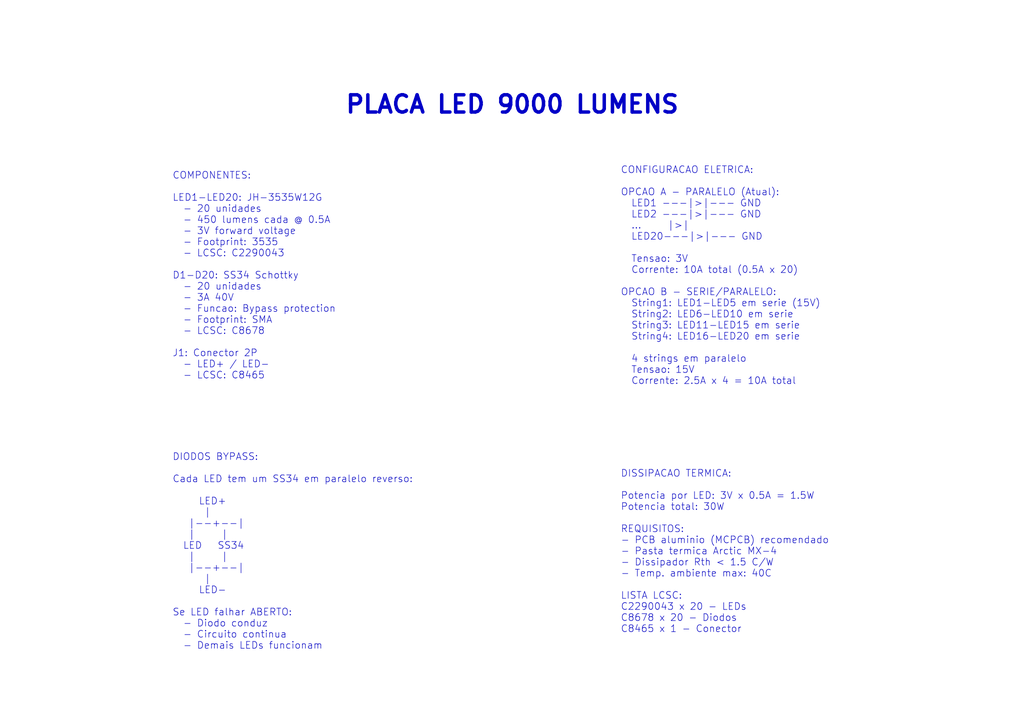
<source format=kicad_sch>
(kicad_sch (version 20250114) (generator "eeschema") (generator_version "9.0")
  (paper "A4")
  (title_block (title "LED Board - 9000 Lumens") (date "2026-01-26") (rev "C") (company "AllysonTMDEV") (comment 1 "20 LEDs x 450lm = 9000 lumens") (comment 2 "Diodos bypass SS34"))
  (lib_symbols)
  (text "PLACA LED 9000 LUMENS" (at 148.59 30.48 0) (effects (font (size 5 5) (bold yes))))
  (text "COMPONENTES:\n\nLED1-LED20: JH-3535W12G\n  - 20 unidades\n  - 450 lumens cada @ 0.5A\n  - 3V forward voltage\n  - Footprint: 3535\n  - LCSC: C2290043\n\nD1-D20: SS34 Schottky\n  - 20 unidades\n  - 3A 40V\n  - Funcao: Bypass protection\n  - Footprint: SMA\n  - LCSC: C8678\n\nJ1: Conector 2P\n  - LED+ / LED-\n  - LCSC: C8465" (at 50 80 0) (effects (font (size 2 2)) (justify left)))
  (text "CONFIGURACAO ELETRICA:\n\nOPCAO A - PARALELO (Atual):\n  LED1 ---|>|--- GND\n  LED2 ---|>|--- GND\n  ...     |>|\n  LED20---|>|--- GND\n  \n  Tensao: 3V\n  Corrente: 10A total (0.5A x 20)\n\nOPCAO B - SERIE/PARALELO:\n  String1: LED1-LED5 em serie (15V)\n  String2: LED6-LED10 em serie\n  String3: LED11-LED15 em serie\n  String4: LED16-LED20 em serie\n  \n  4 strings em paralelo\n  Tensao: 15V\n  Corrente: 2.5A x 4 = 10A total" (at 180 80 0) (effects (font (size 2 2)) (justify left)))
  (text "DIODOS BYPASS:\n\nCada LED tem um SS34 em paralelo reverso:\n\n     LED+\n      |\n   |--+--|  \n   |     |\n  LED   SS34\n   |     |\n   |--+--|\n      |\n     LED-\n\nSe LED falhar ABERTO:\n  - Diodo conduz\n  - Circuito continua\n  - Demais LEDs funcionam" (at 50 160 0) (effects (font (size 2 2)) (justify left)))
  (text "DISSIPACAO TERMICA:\n\nPotencia por LED: 3V x 0.5A = 1.5W\nPotencia total: 30W\n\nREQUISITOS:\n- PCB aluminio (MCPCB) recomendado\n- Pasta termica Arctic MX-4\n- Dissipador Rth < 1.5 C/W\n- Temp. ambiente max: 40C\n\nLISTA LCSC:\nC2290043 x 20 - LEDs\nC8678 x 20 - Diodos\nC8465 x 1 - Conector" (at 180 160 0) (effects (font (size 2 2)) (justify left)))
)
</source>
